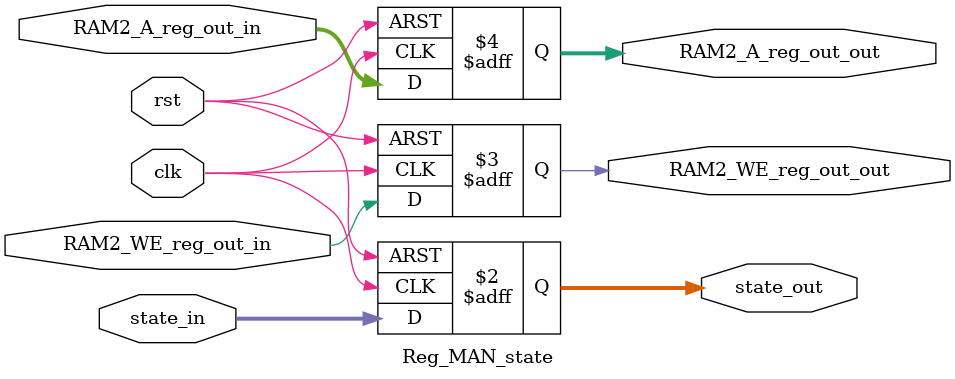
<source format=v>
module Reg_MAN_state (            
        clk,
        rst,
        state_in,
        RAM2_WE_reg_out_in,
        RAM2_A_reg_out_in,
        state_out,
        RAM2_WE_reg_out_out,
        RAM2_A_reg_out_out
    );

    input clk,rst;
    input [1:0]state_in;
    input RAM2_WE_reg_out_in;
    input [19:0] RAM2_A_reg_out_in;  
    output reg [1:0] state_out;
    output reg  RAM2_WE_reg_out_out;
    output reg [19:0] RAM2_A_reg_out_out;


    always @(posedge clk or posedge rst) 
    begin
        if (rst) 
        begin
            state_out <= 2'b00;
            RAM2_WE_reg_out_out <=1'b0;
            RAM2_A_reg_out_out <=20'h00000;
        end
        else
        begin
            state_out<= state_in;
            RAM2_WE_reg_out_out <=RAM2_WE_reg_out_in;
            RAM2_A_reg_out_out <=RAM2_A_reg_out_in;
        end    
    end

endmodule
</source>
